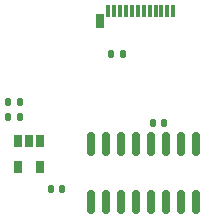
<source format=gbr>
%TF.GenerationSoftware,KiCad,Pcbnew,8.0.3*%
%TF.CreationDate,2024-07-14T10:18:13+10:00*%
%TF.ProjectId,USB-C to UART,5553422d-4320-4746-9f20-554152542e6b,rev?*%
%TF.SameCoordinates,Original*%
%TF.FileFunction,Paste,Top*%
%TF.FilePolarity,Positive*%
%FSLAX46Y46*%
G04 Gerber Fmt 4.6, Leading zero omitted, Abs format (unit mm)*
G04 Created by KiCad (PCBNEW 8.0.3) date 2024-07-14 10:18:13*
%MOMM*%
%LPD*%
G01*
G04 APERTURE LIST*
G04 Aperture macros list*
%AMRoundRect*
0 Rectangle with rounded corners*
0 $1 Rounding radius*
0 $2 $3 $4 $5 $6 $7 $8 $9 X,Y pos of 4 corners*
0 Add a 4 corners polygon primitive as box body*
4,1,4,$2,$3,$4,$5,$6,$7,$8,$9,$2,$3,0*
0 Add four circle primitives for the rounded corners*
1,1,$1+$1,$2,$3*
1,1,$1+$1,$4,$5*
1,1,$1+$1,$6,$7*
1,1,$1+$1,$8,$9*
0 Add four rect primitives between the rounded corners*
20,1,$1+$1,$2,$3,$4,$5,0*
20,1,$1+$1,$4,$5,$6,$7,0*
20,1,$1+$1,$6,$7,$8,$9,0*
20,1,$1+$1,$8,$9,$2,$3,0*%
G04 Aperture macros list end*
%ADD10RoundRect,0.140000X0.140000X0.170000X-0.140000X0.170000X-0.140000X-0.170000X0.140000X-0.170000X0*%
%ADD11RoundRect,0.135000X-0.135000X-0.185000X0.135000X-0.185000X0.135000X0.185000X-0.135000X0.185000X0*%
%ADD12R,0.650000X1.060000*%
%ADD13RoundRect,0.150000X-0.150000X0.825000X-0.150000X-0.825000X0.150000X-0.825000X0.150000X0.825000X0*%
%ADD14RoundRect,0.140000X-0.140000X-0.170000X0.140000X-0.170000X0.140000X0.170000X-0.140000X0.170000X0*%
%ADD15R,0.300000X1.000000*%
%ADD16R,0.700000X1.150000*%
G04 APERTURE END LIST*
D10*
%TO.C,C3*%
X81910000Y24610000D03*
X80950000Y24610000D03*
%TD*%
D11*
%TO.C,R1*%
X89670000Y29930000D03*
X90690000Y29930000D03*
%TD*%
D12*
%TO.C,U2*%
X83640000Y22600000D03*
X82690000Y22600000D03*
X81740000Y22600000D03*
X81740000Y20400000D03*
X83640000Y20400000D03*
%TD*%
D13*
%TO.C,U1*%
X96875000Y22335000D03*
X95605000Y22335000D03*
X94335000Y22335000D03*
X93065000Y22335000D03*
X91795000Y22335000D03*
X90525000Y22335000D03*
X89255000Y22335000D03*
X87985000Y22335000D03*
X87985000Y17385000D03*
X89255000Y17385000D03*
X90525000Y17385000D03*
X91795000Y17385000D03*
X93065000Y17385000D03*
X94335000Y17385000D03*
X95605000Y17385000D03*
X96875000Y17385000D03*
%TD*%
D14*
%TO.C,C4*%
X84580000Y18550000D03*
X85540000Y18550000D03*
%TD*%
D10*
%TO.C,C1*%
X81910000Y25860000D03*
X80950000Y25860000D03*
%TD*%
D14*
%TO.C,C2*%
X93220000Y24060000D03*
X94180000Y24060000D03*
%TD*%
D15*
%TO.C,P1*%
X89430000Y33570000D03*
X89930000Y33570000D03*
X90430000Y33570000D03*
X90930000Y33570000D03*
X91430000Y33570000D03*
X91930000Y33570000D03*
X92430000Y33570000D03*
X92930000Y33570000D03*
X93430000Y33570000D03*
X93930000Y33570000D03*
X94430000Y33570000D03*
X94930000Y33570000D03*
D16*
X88760000Y32730000D03*
%TD*%
M02*

</source>
